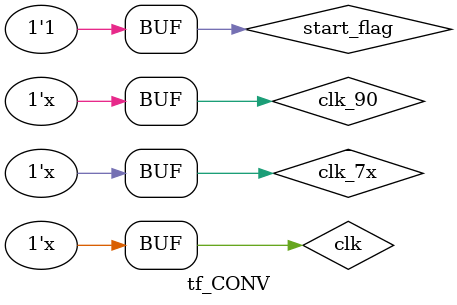
<source format=v>
`timescale 1ns / 1ps


module tf_CONV();

    parameter gf3_1= 48'h00_00_01_01_02_02;
	parameter gf3_2= 48'h00_01_02_03_05_06;
	parameter gf3_3= 48'h01_02_04_08_0c_0d;
	parameter gf3_4= 48'h01_03_08_0f_16_19;
	parameter gf3_5= 48'h02_05_0c_16_20_24;
	parameter gf3_6= 48'h02_06_0d_19_24_29;
 
    reg         clk;
    reg         clk_7x;
    reg         clk_90;
    reg         start_flag;
    reg  [87:0] data[10:0];
    wire [17:0] dout;
    wire        out_en;


    CONV gf3(.clk(clk), .clk_90(clk_90), .clk_7x(clk_7x), .rst(start_flag), .din1(data[0]), .din2(data[1]),
							 .din3(data[2]),.din4(data[3]), .din5(data[4]), .din6(data[5]), .din7(data[6]),
							 .din8(data[7]),.din9(data[8]), .din10(data[9]), .din11(data[10]),
							 .df1_1(gf3_1),
							 .df1_2(gf3_2),.df1_3(gf3_3), .df1_4(gf3_4), .df1_5(gf3_5), .df1_6(gf3_6),
							 .df1_7(gf3_5),.df1_8(gf3_4), .df1_9(gf3_3), .df1_10(gf3_2),
							 .df1_11(gf3_1),
							 .dout(dout),
                             .out_en(out_en));    

	always
	begin
		#2 clk_7x=~clk_7x;
	end
	
	always
	begin
			#10 clk=~clk;
	end
	
	always
	begin	  
	  #10 clk_90=~clk_90;
	end

initial begin
    clk    = 1'b0;
    clk_7x = 1'b0;
    clk_90 = 1'b0;
    start_flag = 1'b0;
    data[0] = 88'h11_11_11_11_11_11_11_11_11_11_11;
    data[1] = 88'h11_11_11_11_11_11_11_11_11_11_11;
    data[2] = 88'h11_11_11_11_11_11_11_11_11_11_11;
    data[3] = 88'h11_11_11_11_11_11_11_11_11_11_11;
    data[4] = 88'h11_11_11_11_11_11_11_11_11_11_11;
    data[5] = 88'h11_11_11_11_11_11_11_11_11_11_11;
    data[6] = 88'h11_11_11_11_11_11_11_11_11_11_11;
    data[7] = 88'h11_11_11_11_11_11_11_11_11_11_11;
    data[8] = 88'h11_11_11_11_11_11_11_11_11_11_11;
    data[9] = 88'h11_11_11_11_11_11_11_11_11_11_11;
    data[10] = 88'h11_11_11_11_11_11_11_11_11_11_11;
    
    #1000
    start_flag = 1'b1;
    
    #20
    data[0] = 88'h22_11_11_11_22_11_11_22_11_11_22;
    data[5] = 88'h22_11_11_11_22_11_11_22_11_11_22;
    data[7] = 88'h22_11_11_11_22_11_11_22_11_11_22;
    
    #20
    data[0] = 88'h22_33_11_33_22_11_33_22_11_33_22;
    data[5] = 88'h22_33_11_33_22_11_33_22_11_33_22;
    data[7] = 88'h22_33_11_33_22_11_33_22_11_33_22;
   
end
    
endmodule

</source>
